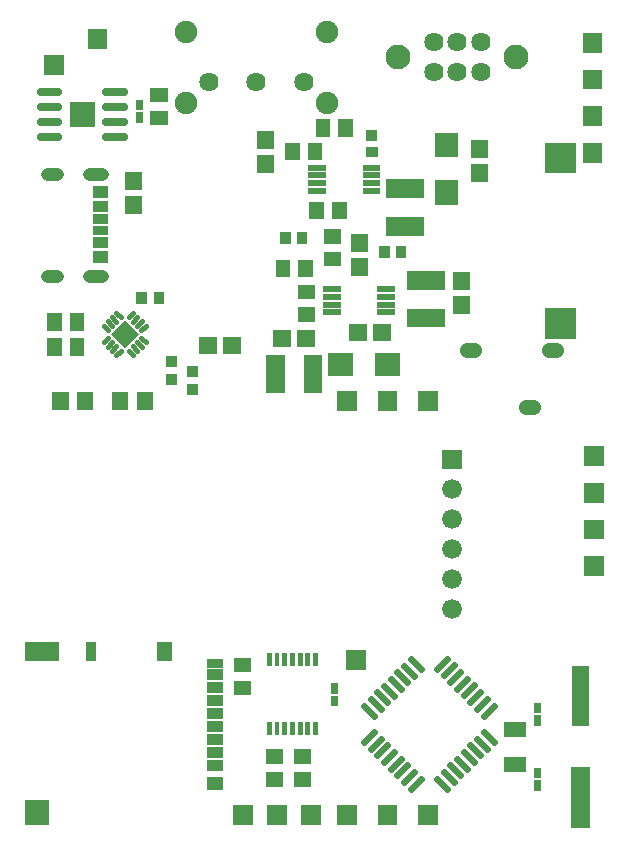
<source format=gts>
G04 Layer: TopSolderMaskLayer*
G04 EasyEDA v6.4.30, 2022-01-21 15:04:52*
G04 c46cb3ee090d4a1eb143410c139ed502,dc6f5eff9a9d40dcab93570daa8facdf,10*
G04 Gerber Generator version 0.2*
G04 Scale: 100 percent, Rotated: No, Reflected: No *
G04 Dimensions in millimeters *
G04 leading zeros omitted , absolute positions ,4 integer and 5 decimal *
%FSLAX45Y45*%
%MOMM*%

%ADD74C,0.5516*%
%ADD75C,1.3016*%
%ADD76C,1.1016*%
%ADD77C,0.3816*%
%ADD78C,0.6756*%
%ADD79R,1.0016X0.9016*%
%ADD89C,1.9016*%
%ADD90C,1.6256*%
%ADD92C,2.1016*%
%ADD96C,1.6764*%

%LPD*%
D74*
X3980756Y2489751D02*
G01*
X4065607Y2574602D01*
X3924165Y2546316D02*
G01*
X4009016Y2631168D01*
X3867599Y2602908D02*
G01*
X3952450Y2687759D01*
X3811033Y2659448D02*
G01*
X3895885Y2744299D01*
X3754467Y2716039D02*
G01*
X3839319Y2800891D01*
X3697902Y2772605D02*
G01*
X3782753Y2857456D01*
X3641336Y2829171D02*
G01*
X3726187Y2914022D01*
X3584745Y2885737D02*
G01*
X3669596Y2970588D01*
X3585659Y3193346D02*
G01*
X3670510Y3108495D01*
X3642225Y3249912D02*
G01*
X3727076Y3165060D01*
X3698791Y3306503D02*
G01*
X3783642Y3221652D01*
X3755356Y3363043D02*
G01*
X3840208Y3278192D01*
X3811948Y3419635D02*
G01*
X3896799Y3334783D01*
X3868488Y3476175D02*
G01*
X3953339Y3391324D01*
X3925079Y3532766D02*
G01*
X4009931Y3447915D01*
X3981645Y3589332D02*
G01*
X4066496Y3504481D01*
X4204378Y3505370D02*
G01*
X4289229Y3590221D01*
X4260969Y3448804D02*
G01*
X4345820Y3533655D01*
X4317535Y3392238D02*
G01*
X4402386Y3477089D01*
X4374100Y3335672D02*
G01*
X4458952Y3420524D01*
X4430666Y3279106D02*
G01*
X4515518Y3363958D01*
X4487232Y3222541D02*
G01*
X4572083Y3307392D01*
X4543798Y3165975D02*
G01*
X4628649Y3250826D01*
X4600389Y3109384D02*
G01*
X4685240Y3194235D01*
X4599475Y2971502D02*
G01*
X4684326Y2886651D01*
X4542909Y2914911D02*
G01*
X4627760Y2830060D01*
X4486343Y2858345D02*
G01*
X4571194Y2773494D01*
X4429777Y2801780D02*
G01*
X4514629Y2716928D01*
X4373211Y2745214D02*
G01*
X4458063Y2660362D01*
X4316646Y2688648D02*
G01*
X4401497Y2603797D01*
X4260080Y2632082D02*
G01*
X4344931Y2547231D01*
X4203489Y2575491D02*
G01*
X4288340Y2490640D01*
D75*
X5215003Y6204991D02*
G01*
X5155003Y6204991D01*
X4515004Y6204991D02*
G01*
X4455005Y6204991D01*
X5015003Y5724982D02*
G01*
X4955004Y5724982D01*
D76*
X985006Y6832980D02*
G01*
X905007Y6832980D01*
X985006Y7696962D02*
G01*
X905007Y7696962D01*
X1370009Y6832980D02*
G01*
X1260010Y6832980D01*
X1370009Y7696962D02*
G01*
X1260010Y7696962D01*
D77*
X1382527Y6268598D02*
G01*
X1419296Y6305367D01*
X1417883Y6233241D02*
G01*
X1454652Y6270010D01*
X1453240Y6197884D02*
G01*
X1490009Y6234653D01*
X1488597Y6162527D02*
G01*
X1525366Y6199296D01*
X1594667Y6199271D02*
G01*
X1631436Y6162502D01*
X1630024Y6234628D02*
G01*
X1666793Y6197859D01*
X1665356Y6269984D02*
G01*
X1702125Y6233215D01*
X1700738Y6305341D02*
G01*
X1737507Y6268572D01*
X1700738Y6374643D02*
G01*
X1737507Y6411412D01*
X1665356Y6410025D02*
G01*
X1702125Y6446794D01*
X1630024Y6445356D02*
G01*
X1666793Y6482125D01*
X1594667Y6480738D02*
G01*
X1631436Y6517507D01*
X1488597Y6517482D02*
G01*
X1525366Y6480713D01*
X1453240Y6482125D02*
G01*
X1490009Y6445356D01*
X1417883Y6446768D02*
G01*
X1454652Y6409999D01*
X1382527Y6411412D02*
G01*
X1419296Y6374643D01*
D78*
X996287Y8390509D02*
G01*
X849886Y8390509D01*
X996287Y8263509D02*
G01*
X849886Y8263509D01*
X996287Y8136509D02*
G01*
X849886Y8136509D01*
X996287Y8009509D02*
G01*
X849886Y8009509D01*
X1550108Y8390509D02*
G01*
X1403708Y8390509D01*
X1550108Y8263509D02*
G01*
X1403708Y8263509D01*
X1550108Y8136509D02*
G01*
X1403708Y8136509D01*
X1550108Y8009509D02*
G01*
X1403708Y8009509D01*
G36*
X3599941Y7974837D02*
G01*
X3599941Y8065008D01*
X3700018Y8065008D01*
X3700018Y7974837D01*
G37*
D79*
G01*
X3650005Y7879969D03*
G36*
X2875025Y7104887D02*
G01*
X2875025Y7204963D01*
X2965195Y7204963D01*
X2965195Y7104887D01*
G37*
G36*
X3014979Y7104887D02*
G01*
X3014979Y7204963D01*
X3105150Y7204963D01*
X3105150Y7104887D01*
G37*
G36*
X3715004Y6985000D02*
G01*
X3715004Y7085076D01*
X3805174Y7085076D01*
X3805174Y6985000D01*
G37*
G36*
X3854958Y6985000D02*
G01*
X3854958Y7085076D01*
X3945127Y7085076D01*
X3945127Y6985000D01*
G37*
G36*
X4774945Y2631439D02*
G01*
X4774945Y2762504D01*
X4955286Y2762504D01*
X4955286Y2631439D01*
G37*
G36*
X4774945Y2927350D02*
G01*
X4774945Y3058160D01*
X4955286Y3058160D01*
X4955286Y2927350D01*
G37*
G36*
X1246123Y8756142D02*
G01*
X1246123Y8923781D01*
X1413763Y8923781D01*
X1413763Y8756142D01*
G37*
G36*
X876300Y8536178D02*
G01*
X876300Y8703818D01*
X1043939Y8703818D01*
X1043939Y8536178D01*
G37*
G36*
X1154937Y5700013D02*
G01*
X1154937Y5850128D01*
X1295145Y5850128D01*
X1295145Y5700013D01*
G37*
G36*
X944879Y5700013D02*
G01*
X944879Y5850128D01*
X1085087Y5850128D01*
X1085087Y5700013D01*
G37*
G36*
X1906778Y5909310D02*
G01*
X1906778Y5999987D01*
X2003297Y5999987D01*
X2003297Y5909310D01*
G37*
G36*
X1906778Y6059931D02*
G01*
X1906778Y6150610D01*
X2003297Y6150610D01*
X2003297Y6059931D01*
G37*
G36*
X2086609Y5974842D02*
G01*
X2086609Y6065773D01*
X2183384Y6065773D01*
X2183384Y5974842D01*
G37*
G36*
X2086609Y5824220D02*
G01*
X2086609Y5915152D01*
X2183384Y5915152D01*
X2183384Y5824220D01*
G37*
G36*
X2764790Y2942844D02*
G01*
X2764790Y3052063D01*
X2805175Y3052063D01*
X2805175Y2942844D01*
G37*
G36*
X2829813Y2942844D02*
G01*
X2829813Y3052063D01*
X2870200Y3052063D01*
X2870200Y2942844D01*
G37*
G36*
X2894838Y2942844D02*
G01*
X2894838Y3052063D01*
X2935224Y3052063D01*
X2935224Y2942844D01*
G37*
G36*
X2959861Y2942844D02*
G01*
X2959861Y3052063D01*
X3000247Y3052063D01*
X3000247Y2942844D01*
G37*
G36*
X3024631Y2942844D02*
G01*
X3024631Y3052063D01*
X3065272Y3052063D01*
X3065272Y2942844D01*
G37*
G36*
X3089656Y2942844D02*
G01*
X3089656Y3052063D01*
X3130295Y3052063D01*
X3130295Y2942844D01*
G37*
G36*
X3154679Y2942844D02*
G01*
X3154679Y3052063D01*
X3195320Y3052063D01*
X3195320Y2942844D01*
G37*
G36*
X3154679Y3528060D02*
G01*
X3154679Y3637026D01*
X3195320Y3637026D01*
X3195320Y3528060D01*
G37*
G36*
X3089656Y3528060D02*
G01*
X3089656Y3637026D01*
X3130295Y3637026D01*
X3130295Y3528060D01*
G37*
G36*
X3024631Y3528060D02*
G01*
X3024631Y3637026D01*
X3065272Y3637026D01*
X3065272Y3528060D01*
G37*
G36*
X2959861Y3528060D02*
G01*
X2959861Y3637026D01*
X3000247Y3637026D01*
X3000247Y3528060D01*
G37*
G36*
X2894838Y3528060D02*
G01*
X2894838Y3637026D01*
X2935224Y3637026D01*
X2935224Y3528060D01*
G37*
G36*
X2829813Y3528060D02*
G01*
X2829813Y3637026D01*
X2870200Y3637026D01*
X2870200Y3528060D01*
G37*
G36*
X2764790Y3528060D02*
G01*
X2764790Y3637026D01*
X2805175Y3637026D01*
X2805175Y3528060D01*
G37*
G36*
X2756154Y2700020D02*
G01*
X2756154Y2823210D01*
X2903981Y2823210D01*
X2903981Y2700020D01*
G37*
G36*
X2756154Y2506726D02*
G01*
X2756154Y2630170D01*
X2903981Y2630170D01*
X2903981Y2506726D01*
G37*
G36*
X2991104Y2700020D02*
G01*
X2991104Y2823210D01*
X3138931Y2823210D01*
X3138931Y2700020D01*
G37*
G36*
X2991104Y2506726D02*
G01*
X2991104Y2630170D01*
X3138931Y2630170D01*
X3138931Y2506726D01*
G37*
G36*
X2481072Y3474973D02*
G01*
X2481072Y3598418D01*
X2628900Y3598418D01*
X2628900Y3474973D01*
G37*
G36*
X2481072Y3281679D02*
G01*
X2481072Y3405123D01*
X2628900Y3405123D01*
X2628900Y3281679D01*
G37*
G36*
X5446268Y4291076D02*
G01*
X5446268Y4458715D01*
X5613908Y4458715D01*
X5613908Y4291076D01*
G37*
G36*
X5436108Y7791195D02*
G01*
X5436108Y7958836D01*
X5603747Y7958836D01*
X5603747Y7791195D01*
G37*
G36*
X4046220Y5686044D02*
G01*
X4046220Y5853684D01*
X4213859Y5853684D01*
X4213859Y5686044D01*
G37*
G36*
X4046220Y2186178D02*
G01*
X4046220Y2353818D01*
X4213859Y2353818D01*
X4213859Y2186178D01*
G37*
G36*
X3701288Y5686044D02*
G01*
X3701288Y5853684D01*
X3868927Y5853684D01*
X3868927Y5686044D01*
G37*
G36*
X3456431Y6277355D02*
G01*
X3456431Y6422644D01*
X3607561Y6422644D01*
X3607561Y6277355D01*
G37*
G36*
X3662425Y6277355D02*
G01*
X3662425Y6422644D01*
X3813556Y6422644D01*
X3813556Y6277355D01*
G37*
G36*
X1562354Y7356347D02*
G01*
X1562354Y7507478D01*
X1707642Y7507478D01*
X1707642Y7356347D01*
G37*
G36*
X1562354Y7562342D02*
G01*
X1562354Y7713471D01*
X1707642Y7713471D01*
X1707642Y7562342D01*
G37*
G36*
X2186431Y6172454D02*
G01*
X2186431Y6317487D01*
X2337561Y6317487D01*
X2337561Y6172454D01*
G37*
G36*
X2392425Y6172454D02*
G01*
X2392425Y6317487D01*
X2543556Y6317487D01*
X2543556Y6172454D01*
G37*
G36*
X4492497Y7626350D02*
G01*
X4492497Y7777479D01*
X4637531Y7777479D01*
X4637531Y7626350D01*
G37*
G36*
X4492497Y7832344D02*
G01*
X4492497Y7983473D01*
X4637531Y7983473D01*
X4637531Y7832344D01*
G37*
G36*
X2682493Y7701279D02*
G01*
X2682493Y7852663D01*
X2827527Y7852663D01*
X2827527Y7701279D01*
G37*
G36*
X2682493Y7907528D02*
G01*
X2682493Y8058658D01*
X2827527Y8058658D01*
X2827527Y7907528D01*
G37*
G36*
X4337304Y6506463D02*
G01*
X4337304Y6657594D01*
X4482591Y6657594D01*
X4482591Y6506463D01*
G37*
G36*
X4337304Y6712458D02*
G01*
X4337304Y6863587D01*
X4482591Y6863587D01*
X4482591Y6712458D01*
G37*
G36*
X2816352Y6227318D02*
G01*
X2816352Y6372605D01*
X2967481Y6372605D01*
X2967481Y6227318D01*
G37*
G36*
X3022345Y6227318D02*
G01*
X3022345Y6372605D01*
X3173475Y6372605D01*
X3173475Y6227318D01*
G37*
D89*
G01*
X2075002Y8294979D03*
G01*
X2075002Y8894978D03*
G01*
X3274999Y8894978D03*
G01*
X3274999Y8294979D03*
D90*
G01*
X2275001Y8469985D03*
G01*
X2675000Y8469985D03*
G01*
X3075000Y8469985D03*
G36*
X5119877Y6299962D02*
G01*
X5119877Y6560058D01*
X5379974Y6560058D01*
X5379974Y6299962D01*
G37*
G36*
X5119877Y7700010D02*
G01*
X5119877Y7960105D01*
X5379974Y7960105D01*
X5379974Y7700010D01*
G37*
G01*
X4574997Y8560003D03*
G01*
X4374997Y8560003D03*
G01*
X4174997Y8560003D03*
G01*
X4574997Y8809989D03*
G01*
X4374997Y8809989D03*
G01*
X4174997Y8809989D03*
D92*
G01*
X4874996Y8684996D03*
G01*
X3874998Y8684996D03*
G36*
X1289812Y7489952D02*
G01*
X1289812Y7590028D01*
X1420113Y7590028D01*
X1420113Y7489952D01*
G37*
G36*
X1289812Y7371842D02*
G01*
X1289812Y7462012D01*
X1420113Y7462012D01*
X1420113Y7371842D01*
G37*
G36*
X1289812Y7274813D02*
G01*
X1289812Y7355078D01*
X1420113Y7355078D01*
X1420113Y7274813D01*
G37*
G36*
X1289812Y7174992D02*
G01*
X1289812Y7255002D01*
X1420113Y7255002D01*
X1420113Y7174992D01*
G37*
G36*
X1289812Y7067804D02*
G01*
X1289812Y7157973D01*
X1420113Y7157973D01*
X1420113Y7067804D01*
G37*
G36*
X1289812Y6939787D02*
G01*
X1289812Y7040118D01*
X1420113Y7040118D01*
X1420113Y6939787D01*
G37*
G36*
X5446268Y5221223D02*
G01*
X5446268Y5388863D01*
X5613908Y5388863D01*
X5613908Y5221223D01*
G37*
G36*
X5446268Y4601210D02*
G01*
X5446268Y4768850D01*
X5613908Y4768850D01*
X5613908Y4601210D01*
G37*
G36*
X3701288Y2186178D02*
G01*
X3701288Y2353818D01*
X3868927Y2353818D01*
X3868927Y2186178D01*
G37*
G36*
X5436108Y8721089D02*
G01*
X5436108Y8888729D01*
X5603747Y8888729D01*
X5603747Y8721089D01*
G37*
G36*
X5436108Y8101076D02*
G01*
X5436108Y8268715D01*
X5603747Y8268715D01*
X5603747Y8101076D01*
G37*
D96*
G01*
X4329938Y4007942D03*
G01*
X4329938Y4261942D03*
G01*
X4329938Y4515942D03*
G01*
X4329938Y4769942D03*
G01*
X4329938Y5023942D03*
G36*
X4246118Y5194045D02*
G01*
X4246118Y5361686D01*
X4413758Y5361686D01*
X4413758Y5194045D01*
G37*
G36*
X1653031Y8125968D02*
G01*
X1653031Y8215121D01*
X1717039Y8215121D01*
X1717039Y8125968D01*
G37*
G36*
X1653031Y8234934D02*
G01*
X1653031Y8324087D01*
X1717039Y8324087D01*
X1717039Y8234934D01*
G37*
G36*
X5436108Y8411210D02*
G01*
X5436108Y8578850D01*
X5603747Y8578850D01*
X5603747Y8411210D01*
G37*
G36*
X3356102Y5686044D02*
G01*
X3356102Y5853684D01*
X3523741Y5853684D01*
X3523741Y5686044D01*
G37*
G36*
X5446268Y4911089D02*
G01*
X5446268Y5078729D01*
X5613908Y5078729D01*
X5613908Y4911089D01*
G37*
G36*
X3356102Y2186178D02*
G01*
X3356102Y2353818D01*
X3523741Y2353818D01*
X3523741Y2186178D01*
G37*
G36*
X2766059Y2186178D02*
G01*
X2766059Y2353818D01*
X2933700Y2353818D01*
X2933700Y2186178D01*
G37*
G36*
X3056127Y2186178D02*
G01*
X3056127Y2353818D01*
X3223768Y2353818D01*
X3223768Y2186178D01*
G37*
G36*
X3436111Y3496055D02*
G01*
X3436111Y3663695D01*
X3603752Y3663695D01*
X3603752Y3496055D01*
G37*
G36*
X2476245Y2186178D02*
G01*
X2476245Y2353818D01*
X2643886Y2353818D01*
X2643886Y2186178D01*
G37*
G36*
X3303015Y3294887D02*
G01*
X3303015Y3384042D01*
X3367024Y3384042D01*
X3367024Y3294887D01*
G37*
G36*
X3303015Y3185921D02*
G01*
X3303015Y3275076D01*
X3367024Y3275076D01*
X3367024Y3185921D01*
G37*
G36*
X1654302Y6596634D02*
G01*
X1654302Y6693154D01*
X1744979Y6693154D01*
X1744979Y6596634D01*
G37*
G36*
X1804923Y6596634D02*
G01*
X1804923Y6693154D01*
X1895602Y6693154D01*
X1895602Y6596634D01*
G37*
G36*
X1094994Y6366002D02*
G01*
X1094994Y6513829D01*
X1218437Y6513829D01*
X1218437Y6366002D01*
G37*
G36*
X901700Y6366002D02*
G01*
X901700Y6513829D01*
X1025144Y6513829D01*
X1025144Y6366002D01*
G37*
G36*
X1560068Y6219697D02*
G01*
X1439671Y6340094D01*
X1560068Y6460236D01*
X1680463Y6340094D01*
G37*
G36*
X5022850Y2579878D02*
G01*
X5022850Y2669031D01*
X5087111Y2669031D01*
X5087111Y2579878D01*
G37*
G36*
X5022850Y2470912D02*
G01*
X5022850Y2560065D01*
X5087111Y2560065D01*
X5087111Y2470912D01*
G37*
G36*
X5022850Y3020821D02*
G01*
X5022850Y3109976D01*
X5087111Y3109976D01*
X5087111Y3020821D01*
G37*
G36*
X5022850Y3129787D02*
G01*
X5022850Y3219195D01*
X5087111Y3219195D01*
X5087111Y3129787D01*
G37*
G36*
X3477513Y6831329D02*
G01*
X3477513Y6982460D01*
X3622547Y6982460D01*
X3622547Y6831329D01*
G37*
G36*
X3477513Y7037323D02*
G01*
X3477513Y7188454D01*
X3622547Y7188454D01*
X3622547Y7037323D01*
G37*
G36*
X2259838Y2474976D02*
G01*
X2259838Y2584957D01*
X2390140Y2584957D01*
X2390140Y2474976D01*
G37*
G36*
X715010Y2179828D02*
G01*
X715010Y2390139D01*
X915162Y2390139D01*
X915162Y2179828D01*
G37*
G36*
X715010Y3574795D02*
G01*
X715010Y3735070D01*
X1005078Y3735070D01*
X1005078Y3574795D01*
G37*
G36*
X1229868Y3574795D02*
G01*
X1229868Y3735070D01*
X1320037Y3735070D01*
X1320037Y3574795D01*
G37*
G36*
X1829815Y3574795D02*
G01*
X1829815Y3735070D01*
X1960118Y3735070D01*
X1960118Y3574795D01*
G37*
G36*
X2259838Y3514852D02*
G01*
X2259838Y3584955D01*
X2390140Y3584955D01*
X2390140Y3514852D01*
G37*
G36*
X2259838Y3409950D02*
G01*
X2259838Y3500120D01*
X2390140Y3500120D01*
X2390140Y3409950D01*
G37*
G36*
X2259838Y3299968D02*
G01*
X2259838Y3390137D01*
X2390140Y3390137D01*
X2390140Y3299968D01*
G37*
G36*
X2259838Y3189986D02*
G01*
X2259838Y3280155D01*
X2390140Y3280155D01*
X2390140Y3189986D01*
G37*
G36*
X2259838Y3080004D02*
G01*
X2259838Y3170173D01*
X2390140Y3170173D01*
X2390140Y3080004D01*
G37*
G36*
X2259838Y2970021D02*
G01*
X2259838Y3060192D01*
X2390140Y3060192D01*
X2390140Y2970021D01*
G37*
G36*
X2259838Y2859786D02*
G01*
X2259838Y2949955D01*
X2390140Y2949955D01*
X2390140Y2859786D01*
G37*
G36*
X2259838Y2749804D02*
G01*
X2259838Y2839973D01*
X2390140Y2839973D01*
X2390140Y2749804D01*
G37*
G36*
X2259838Y2639821D02*
G01*
X2259838Y2729992D01*
X2390140Y2729992D01*
X2390140Y2639821D01*
G37*
G36*
X4189984Y7834884D02*
G01*
X4189984Y8044942D01*
X4379975Y8044942D01*
X4379975Y7834884D01*
G37*
G36*
X4189984Y7434834D02*
G01*
X4189984Y7645145D01*
X4379975Y7645145D01*
X4379975Y7434834D01*
G37*
G36*
X3679952Y5985002D02*
G01*
X3679952Y6174994D01*
X3890009Y6174994D01*
X3890009Y5985002D01*
G37*
G36*
X3279902Y5985002D02*
G01*
X3279902Y6174994D01*
X3489959Y6174994D01*
X3489959Y5985002D01*
G37*
G36*
X3768343Y7171436D02*
G01*
X3768343Y7329931D01*
X4091686Y7329931D01*
X4091686Y7171436D01*
G37*
G36*
X3768343Y7489952D02*
G01*
X3768343Y7648447D01*
X4091686Y7648447D01*
X4091686Y7489952D01*
G37*
G36*
X3948429Y6396481D02*
G01*
X3948429Y6554978D01*
X4271772Y6554978D01*
X4271772Y6396481D01*
G37*
G36*
X3948429Y6714997D02*
G01*
X3948429Y6873494D01*
X4271772Y6873494D01*
X4271772Y6714997D01*
G37*
G36*
X3074924Y5838189D02*
G01*
X3074924Y6161786D01*
X3233674Y6161786D01*
X3233674Y5838189D01*
G37*
G36*
X2756408Y5838189D02*
G01*
X2756408Y6161786D01*
X2915158Y6161786D01*
X2915158Y5838189D01*
G37*
G36*
X1659889Y5694934D02*
G01*
X1659889Y5845047D01*
X1800097Y5845047D01*
X1800097Y5694934D01*
G37*
G36*
X1449831Y5694934D02*
G01*
X1449831Y5845047D01*
X1590039Y5845047D01*
X1590039Y5694934D01*
G37*
G36*
X901700Y6156197D02*
G01*
X901700Y6304026D01*
X1025144Y6304026D01*
X1025144Y6156197D01*
G37*
G36*
X1094994Y6156197D02*
G01*
X1094994Y6304026D01*
X1218437Y6304026D01*
X1218437Y6156197D01*
G37*
G36*
X3121659Y7311136D02*
G01*
X3121659Y7458963D01*
X3245104Y7458963D01*
X3245104Y7311136D01*
G37*
G36*
X3314954Y7311136D02*
G01*
X3314954Y7458963D01*
X3438397Y7458963D01*
X3438397Y7311136D01*
G37*
G36*
X2916681Y7811008D02*
G01*
X2916681Y7958836D01*
X3040125Y7958836D01*
X3040125Y7811008D01*
G37*
G36*
X3109975Y7811008D02*
G01*
X3109975Y7958836D01*
X3233420Y7958836D01*
X3233420Y7811008D01*
G37*
G36*
X3176777Y8011160D02*
G01*
X3176777Y8158987D01*
X3299968Y8158987D01*
X3299968Y8011160D01*
G37*
G36*
X3369818Y8011160D02*
G01*
X3369818Y8158987D01*
X3493261Y8158987D01*
X3493261Y8011160D01*
G37*
G36*
X3026156Y6634987D02*
G01*
X3026156Y6758431D01*
X3173984Y6758431D01*
X3173984Y6634987D01*
G37*
G36*
X3026156Y6441694D02*
G01*
X3026156Y6565137D01*
X3173984Y6565137D01*
X3173984Y6441694D01*
G37*
G36*
X2836672Y6821170D02*
G01*
X2836672Y6968997D01*
X2960115Y6968997D01*
X2960115Y6821170D01*
G37*
G36*
X3029965Y6821170D02*
G01*
X3029965Y6968997D01*
X3153409Y6968997D01*
X3153409Y6821170D01*
G37*
G36*
X3246120Y7104887D02*
G01*
X3246120Y7228331D01*
X3393947Y7228331D01*
X3393947Y7104887D01*
G37*
G36*
X3246120Y6911594D02*
G01*
X3246120Y7035037D01*
X3393947Y7035037D01*
X3393947Y6911594D01*
G37*
G36*
X1775968Y8299958D02*
G01*
X1775968Y8423402D01*
X1924050Y8423402D01*
X1924050Y8299958D01*
G37*
G36*
X1775968Y8106663D02*
G01*
X1775968Y8230108D01*
X1924050Y8230108D01*
X1924050Y8106663D01*
G37*
G36*
X1094994Y8094979D02*
G01*
X1094994Y8305037D01*
X1305052Y8305037D01*
X1305052Y8094979D01*
G37*
G36*
X3115056Y7722108D02*
G01*
X3115056Y7772908D01*
X3264915Y7772908D01*
X3264915Y7722108D01*
G37*
G36*
X3115056Y7657084D02*
G01*
X3115056Y7707884D01*
X3264915Y7707884D01*
X3264915Y7657084D01*
G37*
G36*
X3115056Y7592060D02*
G01*
X3115056Y7642860D01*
X3264915Y7642860D01*
X3264915Y7592060D01*
G37*
G36*
X3115056Y7527036D02*
G01*
X3115056Y7577836D01*
X3264915Y7577836D01*
X3264915Y7527036D01*
G37*
G36*
X3575050Y7527036D02*
G01*
X3575050Y7577836D01*
X3724909Y7577836D01*
X3724909Y7527036D01*
G37*
G36*
X3575050Y7592060D02*
G01*
X3575050Y7642860D01*
X3724909Y7642860D01*
X3724909Y7592060D01*
G37*
G36*
X3575050Y7657084D02*
G01*
X3575050Y7707884D01*
X3724909Y7707884D01*
X3724909Y7657084D01*
G37*
G36*
X3575050Y7722108D02*
G01*
X3575050Y7772908D01*
X3724909Y7772908D01*
X3724909Y7722108D01*
G37*
G36*
X3240024Y6692137D02*
G01*
X3240024Y6742937D01*
X3389884Y6742937D01*
X3389884Y6692137D01*
G37*
G36*
X3240024Y6627113D02*
G01*
X3240024Y6677913D01*
X3389884Y6677913D01*
X3389884Y6627113D01*
G37*
G36*
X3240024Y6562089D02*
G01*
X3240024Y6612889D01*
X3389884Y6612889D01*
X3389884Y6562089D01*
G37*
G36*
X3240024Y6497065D02*
G01*
X3240024Y6547865D01*
X3389884Y6547865D01*
X3389884Y6497065D01*
G37*
G36*
X3700018Y6497065D02*
G01*
X3700018Y6547865D01*
X3849877Y6547865D01*
X3849877Y6497065D01*
G37*
G36*
X3700018Y6562089D02*
G01*
X3700018Y6612889D01*
X3849877Y6612889D01*
X3849877Y6562089D01*
G37*
G36*
X3700018Y6627113D02*
G01*
X3700018Y6677913D01*
X3849877Y6677913D01*
X3849877Y6627113D01*
G37*
G36*
X3700018Y6692137D02*
G01*
X3700018Y6742937D01*
X3849877Y6742937D01*
X3849877Y6692137D01*
G37*
G36*
X5339841Y2160015D02*
G01*
X5339841Y2670047D01*
X5500115Y2670047D01*
X5500115Y2160015D01*
G37*
G36*
X5350002Y3019805D02*
G01*
X5350002Y3530092D01*
X5489956Y3530092D01*
X5489956Y3019805D01*
G37*
M02*

</source>
